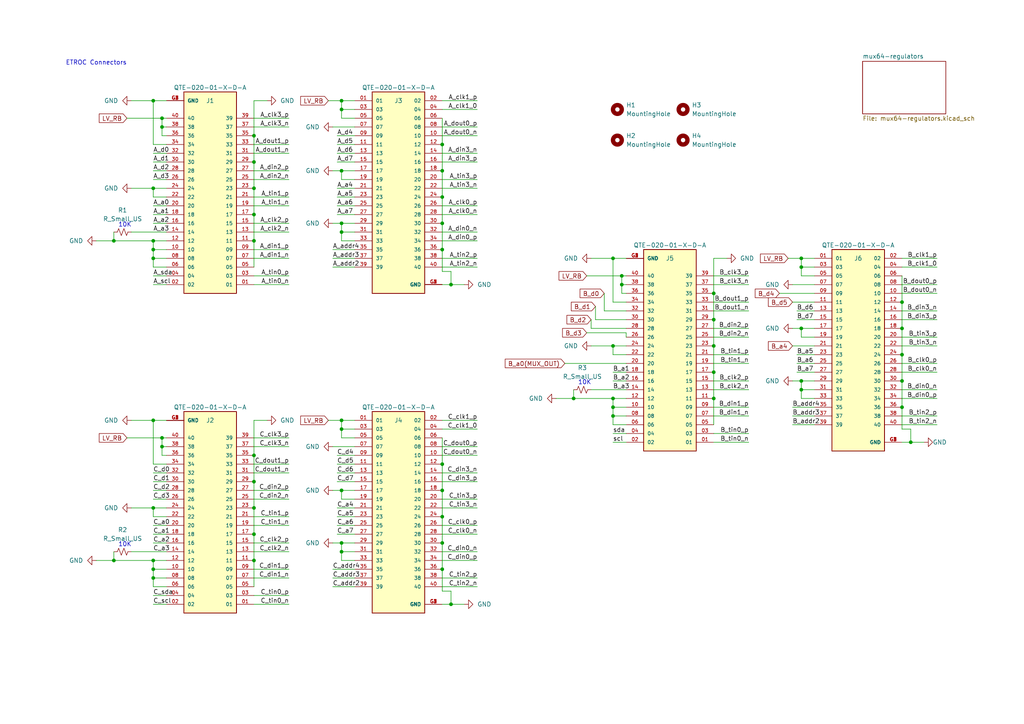
<source format=kicad_sch>
(kicad_sch (version 20211123) (generator eeschema)
  (paper "A4")
  (lib_symbols
    (symbol "Device:R_Small_US" (pin_numbers hide) (pin_names (offset 0.254) hide)
      (property "Reference" "R" (at 0.762 0.508 0))
      (property "Value" "R_Small_US" (at 0.762 -1.016 0))
      (symbol "R_Small_US_1_1"
        (polyline (pts (xy 0 0) (xy 1.016 -0.381) (xy 0 -0.762) (xy -1.016 -1.143) (xy 0 -1.524)))
        (polyline (pts (xy 0 1.524) (xy 1.016 1.143) (xy 0 0.762) (xy -1.016 0.381) (xy 0 0)))
        (pin passive line (at 0 2.54 270) (length 1.016) (name "~") (number "1"))
        (pin passive line (at 0 -2.54 90) (length 1.016) (name "~") (number "2"))
      )
    )
    (symbol "Mechanical:MountingHole" (pin_names (offset 1.016))
      (property "Reference" "H" (at 0 5.08 0))
      (property "Value" "MountingHole" (at 0 3.175 0))
      (symbol "MountingHole_0_1"
        (circle (center 0 0) (radius 1.27) (stroke (width 1.27)))
      )
    )
    (symbol "QTE-020-01-X-D-A:QTE-020-01-X-D-A" (pin_names (offset 1.016))
      (property "Reference" "J" (at -7.62 28.702 0))
      (property "Value" "QTE-020-01-X-D-A" (at -7.62 -31.242 0))
      (symbol "QTE-020-01-X-D-A_0_0"
        (rectangle (start -7.62 -30.48) (end 7.62 27.94) (stroke (width 0.254)) (fill (type background)))
        (pin passive line (at -12.7 25.4 0) (length 5.08) (name "01") (number "01"))
        (pin passive line (at 12.7 25.4 180) (length 5.08) (name "02") (number "02"))
        (pin passive line (at -12.7 22.86 0) (length 5.08) (name "03") (number "03"))
        (pin passive line (at 12.7 22.86 180) (length 5.08) (name "04") (number "04"))
        (pin passive line (at -12.7 20.32 0) (length 5.08) (name "05") (number "05"))
        (pin passive line (at 12.7 20.32 180) (length 5.08) (name "06") (number "06"))
        (pin passive line (at -12.7 17.78 0) (length 5.08) (name "07") (number "07"))
        (pin passive line (at 12.7 17.78 180) (length 5.08) (name "08") (number "08"))
        (pin passive line (at -12.7 15.24 0) (length 5.08) (name "09") (number "09"))
        (pin passive line (at 12.7 15.24 180) (length 5.08) (name "10") (number "10"))
        (pin passive line (at -12.7 12.7 0) (length 5.08) (name "11") (number "11"))
        (pin passive line (at 12.7 12.7 180) (length 5.08) (name "12") (number "12"))
        (pin passive line (at -12.7 10.16 0) (length 5.08) (name "13") (number "13"))
        (pin passive line (at 12.7 10.16 180) (length 5.08) (name "14") (number "14"))
        (pin passive line (at -12.7 7.62 0) (length 5.08) (name "15") (number "15"))
        (pin passive line (at 12.7 7.62 180) (length 5.08) (name "16") (number "16"))
        (pin passive line (at -12.7 5.08 0) (length 5.08) (name "17") (number "17"))
        (pin passive line (at 12.7 5.08 180) (length 5.08) (name "18") (number "18"))
        (pin passive line (at -12.7 2.54 0) (length 5.08) (name "19") (number "19"))
        (pin passive line (at 12.7 2.54 180) (length 5.08) (name "20") (number "20"))
        (pin passive line (at -12.7 0 0) (length 5.08) (name "21") (number "21"))
        (pin passive line (at 12.7 0 180) (length 5.08) (name "22") (number "22"))
        (pin passive line (at -12.7 -2.54 0) (length 5.08) (name "23") (number "23"))
        (pin passive line (at 12.7 -2.54 180) (length 5.08) (name "24") (number "24"))
        (pin passive line (at -12.7 -5.08 0) (length 5.08) (name "25") (number "25"))
        (pin passive line (at 12.7 -5.08 180) (length 5.08) (name "26") (number "26"))
        (pin passive line (at -12.7 -7.62 0) (length 5.08) (name "27") (number "27"))
        (pin passive line (at 12.7 -7.62 180) (length 5.08) (name "28") (number "28"))
        (pin passive line (at -12.7 -10.16 0) (length 5.08) (name "29") (number "29"))
        (pin passive line (at 12.7 -10.16 180) (length 5.08) (name "30") (number "30"))
        (pin passive line (at -12.7 -12.7 0) (length 5.08) (name "31") (number "31"))
        (pin passive line (at 12.7 -12.7 180) (length 5.08) (name "32") (number "32"))
        (pin passive line (at -12.7 -15.24 0) (length 5.08) (name "33") (number "33"))
        (pin passive line (at 12.7 -15.24 180) (length 5.08) (name "34") (number "34"))
        (pin passive line (at -12.7 -17.78 0) (length 5.08) (name "35") (number "35"))
        (pin passive line (at 12.7 -17.78 180) (length 5.08) (name "36") (number "36"))
        (pin passive line (at -12.7 -20.32 0) (length 5.08) (name "37") (number "37"))
        (pin passive line (at 12.7 -20.32 180) (length 5.08) (name "38") (number "38"))
        (pin passive line (at -12.7 -22.86 0) (length 5.08) (name "39") (number "39"))
        (pin passive line (at 12.7 -22.86 180) (length 5.08) (name "40") (number "40"))
        (pin power_in line (at 12.7 -27.94 180) (length 5.08) (name "GND") (number "G1"))
        (pin power_in line (at 12.7 -27.94 180) (length 5.08) (name "GND") (number "G2"))
        (pin power_in line (at 12.7 -27.94 180) (length 5.08) (name "GND") (number "G3"))
        (pin power_in line (at 12.7 -27.94 180) (length 5.08) (name "GND") (number "G4"))
      )
    )
    (symbol "power:GND" (power) (pin_names (offset 0))
      (property "Value" "GND" (at 0 -3.81 0))
      (symbol "GND_0_1"
        (polyline (pts (xy 0 0) (xy 0 -1.27) (xy 1.27 -1.27) (xy 0 -2.54) (xy -1.27 -1.27) (xy 0 -1.27)))
      )
      (symbol "GND_1_1"
        (pin power_in line (at 0 0 270) (length 0) hide (name "GND") (number "1"))
      )
    )
  )
  (junction (at 99.06 49.53))
  (junction (at 207.01 85.09))
  (junction (at 44.45 74.93))
  (junction (at 44.45 121.92))
  (junction (at 261.62 110.49))
  (junction (at 44.45 69.85))
  (junction (at 128.27 157.48))
  (junction (at 73.66 46.99))
  (junction (at 73.66 39.37))
  (junction (at 73.66 147.32))
  (junction (at 232.41 74.93))
  (junction (at 99.06 64.77))
  (junction (at 166.37 115.57))
  (junction (at 207.01 107.95))
  (junction (at 33.02 69.85))
  (junction (at 73.66 54.61))
  (junction (at 46.99 34.29))
  (junction (at 207.01 115.57))
  (junction (at 264.16 128.27))
  (junction (at 99.06 160.02))
  (junction (at 73.66 69.85))
  (junction (at 261.62 87.63))
  (junction (at 99.06 29.21))
  (junction (at 128.27 149.86))
  (junction (at 33.02 162.56))
  (junction (at 73.66 132.08))
  (junction (at 99.06 124.46))
  (junction (at 130.81 82.55))
  (junction (at 44.45 147.32))
  (junction (at 73.66 139.7))
  (junction (at 73.66 62.23))
  (junction (at 180.34 82.55))
  (junction (at 261.62 102.87))
  (junction (at 128.27 142.24))
  (junction (at 232.41 77.47))
  (junction (at 207.01 100.33))
  (junction (at 73.66 162.56))
  (junction (at 177.8 120.65))
  (junction (at 44.45 54.61))
  (junction (at 232.41 113.03))
  (junction (at 73.66 154.94))
  (junction (at 207.01 92.71))
  (junction (at 128.27 134.62))
  (junction (at 44.45 29.21))
  (junction (at 46.99 36.83))
  (junction (at 130.81 175.26))
  (junction (at 128.27 72.39))
  (junction (at 128.27 49.53))
  (junction (at 180.34 80.01))
  (junction (at 128.27 165.1))
  (junction (at 177.8 118.11))
  (junction (at 44.45 72.39))
  (junction (at 232.41 95.25))
  (junction (at 128.27 64.77))
  (junction (at 177.8 100.33))
  (junction (at 232.41 110.49))
  (junction (at 99.06 142.24))
  (junction (at 261.62 118.11))
  (junction (at 99.06 121.92))
  (junction (at 177.8 115.57))
  (junction (at 261.62 95.25))
  (junction (at 44.45 167.64))
  (junction (at 44.45 165.1))
  (junction (at 177.8 74.93))
  (junction (at 46.99 127))
  (junction (at 44.45 162.56))
  (junction (at 128.27 41.91))
  (junction (at 46.99 129.54))
  (junction (at 128.27 57.15))
  (junction (at 99.06 67.31))
  (junction (at 99.06 31.75))
  (junction (at 99.06 157.48))
  (wire (pts (xy 46.99 34.29) (xy 48.26 34.29)))
  (wire (pts (xy 97.79 41.91) (xy 102.87 41.91)))
  (wire (pts (xy 99.06 49.53) (xy 99.06 52.07)))
  (wire (pts (xy 44.45 170.18) (xy 48.26 170.18)))
  (wire (pts (xy 128.27 49.53) (xy 128.27 57.15)))
  (wire (pts (xy 96.52 64.77) (xy 99.06 64.77)))
  (wire (pts (xy 44.45 41.91) (xy 44.45 29.21)))
  (wire (pts (xy 38.1 147.32) (xy 44.45 147.32)))
  (wire (pts (xy 128.27 59.69) (xy 138.43 59.69)))
  (wire (pts (xy 231.14 92.71) (xy 236.22 92.71)))
  (wire (pts (xy 138.43 67.31) (xy 128.27 67.31)))
  (wire (pts (xy 271.78 113.03) (xy 261.62 113.03)))
  (wire (pts (xy 83.82 64.77) (xy 73.66 64.77)))
  (wire (pts (xy 170.18 96.52) (xy 181.61 96.52)))
  (wire (pts (xy 138.43 31.75) (xy 128.27 31.75)))
  (wire (pts (xy 138.43 36.83) (xy 128.27 36.83)))
  (wire (pts (xy 102.87 124.46) (xy 99.06 124.46)))
  (wire (pts (xy 73.66 162.56) (xy 73.66 170.18)))
  (wire (pts (xy 138.43 77.47) (xy 128.27 77.47)))
  (wire (pts (xy 138.43 170.18) (xy 128.27 170.18)))
  (wire (pts (xy 128.27 62.23) (xy 138.43 62.23)))
  (wire (pts (xy 128.27 157.48) (xy 128.27 165.1)))
  (wire (pts (xy 207.01 107.95) (xy 207.01 115.57)))
  (wire (pts (xy 180.34 80.01) (xy 181.61 80.01)))
  (wire (pts (xy 33.02 162.56) (xy 44.45 162.56)))
  (wire (pts (xy 73.66 46.99) (xy 73.66 54.61)))
  (wire (pts (xy 44.45 144.78) (xy 48.26 144.78)))
  (wire (pts (xy 44.45 69.85) (xy 44.45 72.39)))
  (wire (pts (xy 44.45 152.4) (xy 48.26 152.4)))
  (wire (pts (xy 44.45 165.1) (xy 48.26 165.1)))
  (wire (pts (xy 232.41 115.57) (xy 236.22 115.57)))
  (wire (pts (xy 99.06 144.78) (xy 102.87 144.78)))
  (wire (pts (xy 180.34 82.55) (xy 181.61 82.55)))
  (wire (pts (xy 264.16 128.27) (xy 267.97 128.27)))
  (wire (pts (xy 138.43 162.56) (xy 128.27 162.56)))
  (wire (pts (xy 130.81 171.45) (xy 128.27 171.45)))
  (wire (pts (xy 36.83 127) (xy 46.99 127)))
  (wire (pts (xy 99.06 121.92) (xy 102.87 121.92)))
  (wire (pts (xy 261.62 110.49) (xy 261.62 118.11)))
  (wire (pts (xy 217.17 97.79) (xy 207.01 97.79)))
  (wire (pts (xy 130.81 175.26) (xy 130.81 171.45)))
  (wire (pts (xy 83.82 160.02) (xy 73.66 160.02)))
  (wire (pts (xy 271.78 77.47) (xy 261.62 77.47)))
  (wire (pts (xy 73.66 69.85) (xy 73.66 77.47)))
  (wire (pts (xy 44.45 175.26) (xy 48.26 175.26)))
  (wire (pts (xy 96.52 72.39) (xy 102.87 72.39)))
  (wire (pts (xy 83.82 52.07) (xy 73.66 52.07)))
  (wire (pts (xy 83.82 41.91) (xy 73.66 41.91)))
  (wire (pts (xy 83.82 36.83) (xy 73.66 36.83)))
  (wire (pts (xy 97.79 39.37) (xy 102.87 39.37)))
  (wire (pts (xy 83.82 74.93) (xy 73.66 74.93)))
  (wire (pts (xy 232.41 110.49) (xy 232.41 113.03)))
  (wire (pts (xy 46.99 129.54) (xy 46.99 132.08)))
  (wire (pts (xy 261.62 128.27) (xy 264.16 128.27)))
  (wire (pts (xy 177.8 107.95) (xy 181.61 107.95)))
  (wire (pts (xy 232.41 113.03) (xy 232.41 115.57)))
  (wire (pts (xy 46.99 127) (xy 48.26 127)))
  (wire (pts (xy 231.14 102.87) (xy 236.22 102.87)))
  (wire (pts (xy 229.87 87.63) (xy 236.22 87.63)))
  (wire (pts (xy 226.06 85.09) (xy 236.22 85.09)))
  (wire (pts (xy 99.06 67.31) (xy 99.06 69.85)))
  (wire (pts (xy 217.17 128.27) (xy 207.01 128.27)))
  (wire (pts (xy 180.34 80.01) (xy 180.34 82.55)))
  (wire (pts (xy 83.82 67.31) (xy 73.66 67.31)))
  (wire (pts (xy 96.52 170.18) (xy 102.87 170.18)))
  (wire (pts (xy 83.82 82.55) (xy 73.66 82.55)))
  (wire (pts (xy 261.62 87.63) (xy 261.62 95.25)))
  (wire (pts (xy 128.27 152.4) (xy 138.43 152.4)))
  (wire (pts (xy 99.06 31.75) (xy 99.06 34.29)))
  (wire (pts (xy 27.94 69.85) (xy 33.02 69.85)))
  (wire (pts (xy 232.41 95.25) (xy 232.41 97.79)))
  (wire (pts (xy 138.43 160.02) (xy 128.27 160.02)))
  (wire (pts (xy 261.62 118.11) (xy 261.62 124.46)))
  (wire (pts (xy 38.1 54.61) (xy 44.45 54.61)))
  (wire (pts (xy 128.27 175.26) (xy 130.81 175.26)))
  (wire (pts (xy 177.8 118.11) (xy 177.8 120.65)))
  (wire (pts (xy 44.45 59.69) (xy 48.26 59.69)))
  (wire (pts (xy 44.45 57.15) (xy 48.26 57.15)))
  (wire (pts (xy 138.43 39.37) (xy 128.27 39.37)))
  (wire (pts (xy 48.26 134.62) (xy 44.45 134.62)))
  (wire (pts (xy 171.45 74.93) (xy 177.8 74.93)))
  (wire (pts (xy 44.45 29.21) (xy 48.26 29.21)))
  (wire (pts (xy 128.27 127) (xy 128.27 134.62)))
  (wire (pts (xy 207.01 100.33) (xy 207.01 107.95)))
  (wire (pts (xy 27.94 162.56) (xy 33.02 162.56)))
  (wire (pts (xy 99.06 29.21) (xy 99.06 31.75)))
  (wire (pts (xy 271.78 82.55) (xy 261.62 82.55)))
  (wire (pts (xy 38.1 67.31) (xy 48.26 67.31)))
  (wire (pts (xy 207.01 85.09) (xy 207.01 92.71)))
  (wire (pts (xy 36.83 34.29) (xy 46.99 34.29)))
  (wire (pts (xy 96.52 36.83) (xy 102.87 36.83)))
  (wire (pts (xy 83.82 57.15) (xy 73.66 57.15)))
  (wire (pts (xy 44.45 62.23) (xy 48.26 62.23)))
  (wire (pts (xy 33.02 69.85) (xy 44.45 69.85)))
  (wire (pts (xy 217.17 125.73) (xy 207.01 125.73)))
  (wire (pts (xy 217.17 90.17) (xy 207.01 90.17)))
  (wire (pts (xy 261.62 80.01) (xy 261.62 87.63)))
  (wire (pts (xy 44.45 72.39) (xy 44.45 74.93)))
  (wire (pts (xy 97.79 134.62) (xy 102.87 134.62)))
  (wire (pts (xy 83.82 172.72) (xy 73.66 172.72)))
  (wire (pts (xy 171.45 95.25) (xy 181.61 95.25)))
  (wire (pts (xy 46.99 127) (xy 46.99 129.54)))
  (wire (pts (xy 99.06 142.24) (xy 99.06 144.78)))
  (wire (pts (xy 264.16 128.27) (xy 264.16 124.46)))
  (wire (pts (xy 138.43 52.07) (xy 128.27 52.07)))
  (wire (pts (xy 177.8 118.11) (xy 181.61 118.11)))
  (wire (pts (xy 99.06 157.48) (xy 102.87 157.48)))
  (wire (pts (xy 96.52 129.54) (xy 102.87 129.54)))
  (wire (pts (xy 44.45 149.86) (xy 48.26 149.86)))
  (wire (pts (xy 172.72 88.9) (xy 172.72 92.71)))
  (wire (pts (xy 271.78 74.93) (xy 261.62 74.93)))
  (wire (pts (xy 44.45 162.56) (xy 48.26 162.56)))
  (wire (pts (xy 231.14 107.95) (xy 236.22 107.95)))
  (wire (pts (xy 177.8 100.33) (xy 177.8 102.87)))
  (wire (pts (xy 271.78 115.57) (xy 261.62 115.57)))
  (wire (pts (xy 44.45 77.47) (xy 48.26 77.47)))
  (wire (pts (xy 99.06 29.21) (xy 102.87 29.21)))
  (wire (pts (xy 171.45 113.03) (xy 181.61 113.03)))
  (wire (pts (xy 44.45 147.32) (xy 44.45 149.86)))
  (wire (pts (xy 83.82 80.01) (xy 73.66 80.01)))
  (wire (pts (xy 99.06 124.46) (xy 99.06 127)))
  (wire (pts (xy 217.17 102.87) (xy 207.01 102.87)))
  (wire (pts (xy 138.43 121.92) (xy 128.27 121.92)))
  (wire (pts (xy 73.66 29.21) (xy 77.47 29.21)))
  (wire (pts (xy 138.43 74.93) (xy 128.27 74.93)))
  (wire (pts (xy 38.1 160.02) (xy 48.26 160.02)))
  (wire (pts (xy 83.82 137.16) (xy 73.66 137.16)))
  (wire (pts (xy 38.1 29.21) (xy 44.45 29.21)))
  (wire (pts (xy 217.17 113.03) (xy 207.01 113.03)))
  (wire (pts (xy 177.8 128.27) (xy 181.61 128.27)))
  (wire (pts (xy 128.27 154.94) (xy 138.43 154.94)))
  (wire (pts (xy 232.41 95.25) (xy 236.22 95.25)))
  (wire (pts (xy 177.8 74.93) (xy 181.61 74.93)))
  (wire (pts (xy 217.17 87.63) (xy 207.01 87.63)))
  (wire (pts (xy 172.72 92.71) (xy 181.61 92.71)))
  (wire (pts (xy 83.82 142.24) (xy 73.66 142.24)))
  (wire (pts (xy 96.52 167.64) (xy 102.87 167.64)))
  (wire (pts (xy 166.37 113.03) (xy 166.37 115.57)))
  (wire (pts (xy 207.01 74.93) (xy 207.01 85.09)))
  (wire (pts (xy 261.62 95.25) (xy 261.62 102.87)))
  (wire (pts (xy 46.99 34.29) (xy 46.99 36.83)))
  (wire (pts (xy 46.99 39.37) (xy 48.26 39.37)))
  (wire (pts (xy 236.22 80.01) (xy 232.41 80.01)))
  (wire (pts (xy 83.82 72.39) (xy 73.66 72.39)))
  (wire (pts (xy 97.79 152.4) (xy 102.87 152.4)))
  (wire (pts (xy 177.8 110.49) (xy 181.61 110.49)))
  (wire (pts (xy 163.83 105.41) (xy 181.61 105.41)))
  (wire (pts (xy 44.45 74.93) (xy 48.26 74.93)))
  (wire (pts (xy 99.06 162.56) (xy 102.87 162.56)))
  (wire (pts (xy 232.41 110.49) (xy 236.22 110.49)))
  (wire (pts (xy 180.34 85.09) (xy 181.61 85.09)))
  (wire (pts (xy 177.8 100.33) (xy 181.61 100.33)))
  (wire (pts (xy 73.66 147.32) (xy 73.66 154.94)))
  (wire (pts (xy 232.41 97.79) (xy 236.22 97.79)))
  (wire (pts (xy 95.25 29.21) (xy 99.06 29.21)))
  (wire (pts (xy 207.01 115.57) (xy 207.01 123.19)))
  (wire (pts (xy 264.16 124.46) (xy 261.62 124.46)))
  (wire (pts (xy 128.27 149.86) (xy 128.27 157.48)))
  (wire (pts (xy 97.79 137.16) (xy 102.87 137.16)))
  (wire (pts (xy 44.45 147.32) (xy 48.26 147.32)))
  (wire (pts (xy 128.27 165.1) (xy 128.27 171.45)))
  (wire (pts (xy 130.81 175.26) (xy 134.62 175.26)))
  (wire (pts (xy 44.45 154.94) (xy 48.26 154.94)))
  (wire (pts (xy 231.14 90.17) (xy 236.22 90.17)))
  (wire (pts (xy 180.34 82.55) (xy 180.34 85.09)))
  (wire (pts (xy 83.82 49.53) (xy 73.66 49.53)))
  (wire (pts (xy 97.79 46.99) (xy 102.87 46.99)))
  (wire (pts (xy 73.66 29.21) (xy 73.66 39.37)))
  (wire (pts (xy 83.82 149.86) (xy 73.66 149.86)))
  (wire (pts (xy 44.45 165.1) (xy 44.45 167.64)))
  (wire (pts (xy 83.82 127) (xy 73.66 127)))
  (wire (pts (xy 166.37 115.57) (xy 177.8 115.57)))
  (wire (pts (xy 38.1 121.92) (xy 44.45 121.92)))
  (wire (pts (xy 83.82 175.26) (xy 73.66 175.26)))
  (wire (pts (xy 138.43 44.45) (xy 128.27 44.45)))
  (wire (pts (xy 44.45 167.64) (xy 44.45 170.18)))
  (wire (pts (xy 44.45 162.56) (xy 44.45 165.1)))
  (wire (pts (xy 175.26 90.17) (xy 181.61 90.17)))
  (wire (pts (xy 83.82 167.64) (xy 73.66 167.64)))
  (wire (pts (xy 271.78 120.65) (xy 261.62 120.65)))
  (wire (pts (xy 44.45 134.62) (xy 44.45 121.92)))
  (wire (pts (xy 102.87 160.02) (xy 99.06 160.02)))
  (wire (pts (xy 217.17 95.25) (xy 207.01 95.25)))
  (wire (pts (xy 102.87 31.75) (xy 99.06 31.75)))
  (wire (pts (xy 44.45 69.85) (xy 48.26 69.85)))
  (wire (pts (xy 73.66 62.23) (xy 73.66 69.85)))
  (wire (pts (xy 217.17 110.49) (xy 207.01 110.49)))
  (wire (pts (xy 128.27 41.91) (xy 128.27 49.53)))
  (wire (pts (xy 130.81 82.55) (xy 130.81 78.74)))
  (wire (pts (xy 83.82 129.54) (xy 73.66 129.54)))
  (wire (pts (xy 99.06 69.85) (xy 102.87 69.85)))
  (wire (pts (xy 271.78 123.19) (xy 261.62 123.19)))
  (wire (pts (xy 229.87 110.49) (xy 232.41 110.49)))
  (wire (pts (xy 97.79 154.94) (xy 102.87 154.94)))
  (wire (pts (xy 271.78 97.79) (xy 261.62 97.79)))
  (wire (pts (xy 177.8 123.19) (xy 181.61 123.19)))
  (wire (pts (xy 130.81 78.74) (xy 128.27 78.74)))
  (wire (pts (xy 44.45 82.55) (xy 48.26 82.55)))
  (wire (pts (xy 73.66 132.08) (xy 73.66 139.7)))
  (wire (pts (xy 261.62 107.95) (xy 271.78 107.95)))
  (wire (pts (xy 46.99 132.08) (xy 48.26 132.08)))
  (wire (pts (xy 177.8 120.65) (xy 177.8 123.19)))
  (wire (pts (xy 171.45 92.71) (xy 171.45 95.25)))
  (wire (pts (xy 44.45 142.24) (xy 48.26 142.24)))
  (wire (pts (xy 44.45 52.07) (xy 48.26 52.07)))
  (wire (pts (xy 44.45 172.72) (xy 48.26 172.72)))
  (wire (pts (xy 96.52 157.48) (xy 99.06 157.48)))
  (wire (pts (xy 97.79 149.86) (xy 102.87 149.86)))
  (wire (pts (xy 138.43 29.21) (xy 128.27 29.21)))
  (wire (pts (xy 217.17 80.01) (xy 207.01 80.01)))
  (wire (pts (xy 177.8 87.63) (xy 177.8 74.93)))
  (wire (pts (xy 97.79 147.32) (xy 102.87 147.32)))
  (wire (pts (xy 44.45 167.64) (xy 48.26 167.64)))
  (wire (pts (xy 44.45 74.93) (xy 44.45 77.47)))
  (wire (pts (xy 171.45 100.33) (xy 177.8 100.33)))
  (wire (pts (xy 99.06 121.92) (xy 99.06 124.46)))
  (wire (pts (xy 73.66 121.92) (xy 77.47 121.92)))
  (wire (pts (xy 44.45 72.39) (xy 48.26 72.39)))
  (wire (pts (xy 229.87 118.11) (xy 236.22 118.11)))
  (wire (pts (xy 99.06 52.07) (xy 102.87 52.07)))
  (wire (pts (xy 73.66 139.7) (xy 73.66 147.32)))
  (wire (pts (xy 96.52 142.24) (xy 99.06 142.24)))
  (wire (pts (xy 161.29 115.57) (xy 166.37 115.57)))
  (wire (pts (xy 73.66 121.92) (xy 73.66 132.08)))
  (wire (pts (xy 44.45 64.77) (xy 48.26 64.77)))
  (wire (pts (xy 229.87 120.65) (xy 236.22 120.65)))
  (wire (pts (xy 73.66 154.94) (xy 73.66 162.56)))
  (wire (pts (xy 44.45 46.99) (xy 48.26 46.99)))
  (wire (pts (xy 73.66 54.61) (xy 73.66 62.23)))
  (wire (pts (xy 138.43 129.54) (xy 128.27 129.54)))
  (wire (pts (xy 236.22 113.03) (xy 232.41 113.03)))
  (wire (pts (xy 236.22 77.47) (xy 232.41 77.47)))
  (wire (pts (xy 271.78 92.71) (xy 261.62 92.71)))
  (wire (pts (xy 232.41 74.93) (xy 232.41 77.47)))
  (wire (pts (xy 99.06 142.24) (xy 102.87 142.24)))
  (wire (pts (xy 83.82 157.48) (xy 73.66 157.48)))
  (wire (pts (xy 177.8 115.57) (xy 177.8 118.11)))
  (wire (pts (xy 128.27 34.29) (xy 128.27 41.91)))
  (wire (pts (xy 44.45 157.48) (xy 48.26 157.48)))
  (wire (pts (xy 46.99 129.54) (xy 48.26 129.54)))
  (wire (pts (xy 138.43 69.85) (xy 128.27 69.85)))
  (wire (pts (xy 138.43 132.08) (xy 128.27 132.08)))
  (wire (pts (xy 130.81 82.55) (xy 134.62 82.55)))
  (wire (pts (xy 229.87 95.25) (xy 232.41 95.25)))
  (wire (pts (xy 44.45 80.01) (xy 48.26 80.01)))
  (wire (pts (xy 138.43 46.99) (xy 128.27 46.99)))
  (wire (pts (xy 99.06 64.77) (xy 99.06 67.31)))
  (wire (pts (xy 97.79 44.45) (xy 102.87 44.45)))
  (wire (pts (xy 217.17 105.41) (xy 207.01 105.41)))
  (wire (pts (xy 170.18 80.01) (xy 180.34 80.01)))
  (wire (pts (xy 83.82 152.4) (xy 73.66 152.4)))
  (wire (pts (xy 177.8 125.73) (xy 181.61 125.73)))
  (wire (pts (xy 73.66 39.37) (xy 73.66 46.99)))
  (wire (pts (xy 138.43 147.32) (xy 128.27 147.32)))
  (wire (pts (xy 44.45 54.61) (xy 44.45 57.15)))
  (wire (pts (xy 181.61 96.52) (xy 181.61 97.79)))
  (wire (pts (xy 44.45 137.16) (xy 48.26 137.16)))
  (wire (pts (xy 95.25 121.92) (xy 99.06 121.92)))
  (wire (pts (xy 261.62 105.41) (xy 271.78 105.41)))
  (wire (pts (xy 217.17 118.11) (xy 207.01 118.11)))
  (wire (pts (xy 138.43 144.78) (xy 128.27 144.78)))
  (wire (pts (xy 102.87 127) (xy 99.06 127)))
  (wire (pts (xy 97.79 132.08) (xy 102.87 132.08)))
  (wire (pts (xy 207.01 92.71) (xy 207.01 100.33)))
  (wire (pts (xy 83.82 34.29) (xy 73.66 34.29)))
  (wire (pts (xy 181.61 87.63) (xy 177.8 87.63)))
  (wire (pts (xy 271.78 100.33) (xy 261.62 100.33)))
  (wire (pts (xy 97.79 57.15) (xy 102.87 57.15)))
  (wire (pts (xy 44.45 139.7) (xy 48.26 139.7)))
  (wire (pts (xy 102.87 34.29) (xy 99.06 34.29)))
  (wire (pts (xy 232.41 77.47) (xy 232.41 80.01)))
  (wire (pts (xy 96.52 74.93) (xy 102.87 74.93)))
  (wire (pts (xy 99.06 64.77) (xy 102.87 64.77)))
  (wire (pts (xy 217.17 120.65) (xy 207.01 120.65)))
  (wire (pts (xy 128.27 82.55) (xy 130.81 82.55)))
  (wire (pts (xy 83.82 165.1) (xy 73.66 165.1)))
  (wire (pts (xy 207.01 74.93) (xy 210.82 74.93)))
  (wire (pts (xy 138.43 124.46) (xy 128.27 124.46)))
  (wire (pts (xy 232.41 74.93) (xy 236.22 74.93)))
  (wire (pts (xy 99.06 160.02) (xy 99.06 162.56)))
  (wire (pts (xy 46.99 36.83) (xy 46.99 39.37)))
  (wire (pts (xy 271.78 85.09) (xy 261.62 85.09)))
  (wire (pts (xy 44.45 44.45) (xy 48.26 44.45)))
  (wire (pts (xy 128.27 72.39) (xy 128.27 78.74)))
  (wire (pts (xy 46.99 36.83) (xy 48.26 36.83)))
  (wire (pts (xy 229.87 123.19) (xy 236.22 123.19)))
  (wire (pts (xy 138.43 54.61) (xy 128.27 54.61)))
  (wire (pts (xy 97.79 54.61) (xy 102.87 54.61)))
  (wire (pts (xy 261.62 102.87) (xy 261.62 110.49)))
  (wire (pts (xy 44.45 121.92) (xy 48.26 121.92)))
  (wire (pts (xy 48.26 41.91) (xy 44.45 41.91)))
  (wire (pts (xy 33.02 160.02) (xy 33.02 162.56)))
  (wire (pts (xy 102.87 67.31) (xy 99.06 67.31)))
  (wire (pts (xy 175.26 85.09) (xy 175.26 90.17)))
  (wire (pts (xy 96.52 77.47) (xy 102.87 77.47)))
  (wire (pts (xy 128.27 134.62) (xy 128.27 142.24)))
  (wire (pts (xy 217.17 82.55) (xy 207.01 82.55)))
  (wire (pts (xy 83.82 144.78) (xy 73.66 144.78)))
  (wire (pts (xy 138.43 167.64) (xy 128.27 167.64)))
  (wire (pts (xy 138.43 139.7) (xy 128.27 139.7)))
  (wire (pts (xy 99.06 157.48) (xy 99.06 160.02)))
  (wire (pts (xy 83.82 59.69) (xy 73.66 59.69)))
  (wire (pts (xy 128.27 64.77) (xy 128.27 72.39)))
  (wire (pts (xy 97.79 62.23) (xy 102.87 62.23)))
  (wire (pts (xy 44.45 54.61) (xy 48.26 54.61)))
  (wire (pts (xy 97.79 139.7) (xy 102.87 139.7)))
  (wire (pts (xy 128.27 57.15) (xy 128.27 64.77)))
  (wire (pts (xy 177.8 120.65) (xy 181.61 120.65)))
  (wire (pts (xy 44.45 49.53) (xy 48.26 49.53)))
  (wire (pts (xy 231.14 105.41) (xy 236.22 105.41)))
  (wire (pts (xy 83.82 134.62) (xy 73.66 134.62)))
  (wire (pts (xy 228.6 74.93) (xy 232.41 74.93)))
  (wire (pts (xy 96.52 49.53) (xy 99.06 49.53)))
  (wire (pts (xy 97.79 59.69) (xy 102.87 59.69)))
  (wire (pts (xy 99.06 49.53) (xy 102.87 49.53)))
  (wire (pts (xy 229.87 100.33) (xy 236.22 100.33)))
  (wire (pts (xy 271.78 90.17) (xy 261.62 90.17)))
  (wire (pts (xy 229.87 82.55) (xy 236.22 82.55)))
  (wire (pts (xy 33.02 67.31) (xy 33.02 69.85)))
  (wire (pts (xy 177.8 102.87) (xy 181.61 102.87)))
  (wire (pts (xy 177.8 115.57) (xy 181.61 115.57)))
  (wire (pts (xy 83.82 44.45) (xy 73.66 44.45)))
  (wire (pts (xy 96.52 165.1) (xy 102.87 165.1)))
  (wire (pts (xy 138.43 137.16) (xy 128.27 137.16)))
  (wire (pts (xy 128.27 142.24) (xy 128.27 149.86)))
  (text "ETROC Connectors" (at 19.05 19.05 0) (effects (font (size 1.27 1.27)) (justify left bottom)))
  (text "10K" (at 34.29 158.75 0) (effects (font (size 1.27 1.27)) (justify left bottom)))
  (text "10K" (at 34.29 66.04 0) (effects (font (size 1.27 1.27)) (justify left bottom)))
  (text "10K" (at 167.64 111.76 0) (effects (font (size 1.27 1.27)) (justify left bottom)))
  (label "A_d5" (at 97.79 41.91 0))
  (label "A_d0" (at 44.45 44.45 0))
  (label "B_a1" (at 177.8 107.95 0))
  (label "C_d6" (at 97.79 137.16 0))
  (label "B_tin3_p" (at 271.78 97.79 180))
  (label "A_scl" (at 44.45 82.55 0))
  (label "B_tin3_n" (at 271.78 100.33 180))
  (label "C_din2_p" (at 83.82 142.24 180))
  (label "C_scl" (at 44.45 175.26 0))
  (label "A_clk3_p" (at 83.82 34.29 180))
  (label "A_a1" (at 44.45 62.23 0))
  (label "B_clk0_p" (at 271.78 105.41 180))
  (label "C_din0_p" (at 138.43 162.56 180))
  (label "A_din3_p" (at 138.43 46.99 180))
  (label "C_tin1_n" (at 83.82 152.4 180))
  (label "A_din2_p" (at 83.82 49.53 180))
  (label "A_a0" (at 44.45 59.69 0))
  (label "C_din3_n" (at 138.43 137.16 180))
  (label "C_clk2_n" (at 83.82 160.02 180))
  (label "A_tin0_n" (at 83.82 82.55 180))
  (label "B_din2_n" (at 217.17 97.79 180))
  (label "B_addr2" (at 229.87 123.19 0))
  (label "B_dout1_n" (at 217.17 90.17 180))
  (label "A_d6" (at 97.79 44.45 0))
  (label "C_a3" (at 44.45 160.02 0))
  (label "A_clk0_p" (at 138.43 59.69 180))
  (label "C_addr3" (at 96.52 167.64 0))
  (label "C_dout0_p" (at 138.43 129.54 180))
  (label "C_dout0_n" (at 138.43 132.08 180))
  (label "A_d2" (at 44.45 49.53 0))
  (label "A_tin1_n" (at 83.82 59.69 180))
  (label "C_din1_n" (at 83.82 167.64 180))
  (label "A_tin1_p" (at 83.82 57.15 180))
  (label "B_clk2_p" (at 217.17 110.49 180))
  (label "A_dout0_n" (at 138.43 39.37 180))
  (label "A_dout1_p" (at 83.82 41.91 180))
  (label "A_tin2_p" (at 138.43 74.93 180))
  (label "A_a7" (at 97.79 62.23 0))
  (label "scl" (at 177.8 128.27 0))
  (label "C_addr4" (at 96.52 165.1 0))
  (label "B_a6" (at 231.14 105.41 0))
  (label "B_tin0_n" (at 217.17 128.27 180))
  (label "C_d4" (at 97.79 132.08 0))
  (label "C_a2" (at 44.45 157.48 0))
  (label "B_a5" (at 231.14 102.87 0))
  (label "C_d1" (at 44.45 139.7 0))
  (label "B_d7" (at 231.14 92.71 0))
  (label "C_clk0_p" (at 138.43 152.4 180))
  (label "C_tin0_p" (at 83.82 172.72 180))
  (label "A_sda" (at 44.45 80.01 0))
  (label "C_d2" (at 44.45 142.24 0))
  (label "C_d0" (at 44.45 137.16 0))
  (label "A_addr4" (at 96.52 72.39 0))
  (label "B_tin0_p" (at 217.17 125.73 180))
  (label "C_clk3_n" (at 83.82 129.54 180))
  (label "C_clk1_0" (at 138.43 124.46 180))
  (label "A_tin2_n" (at 138.43 77.47 180))
  (label "C_sda" (at 44.45 172.72 0))
  (label "C_d7" (at 97.79 139.7 0))
  (label "C_a4" (at 97.79 147.32 0))
  (label "B_dout1_p" (at 217.17 87.63 180))
  (label "B_dout0_p" (at 271.78 82.55 180))
  (label "A_dout0_p" (at 138.43 36.83 180))
  (label "B_din3_n" (at 271.78 90.17 180))
  (label "A_clk2_n" (at 83.82 67.31 180))
  (label "C_clk3_p" (at 83.82 127 180))
  (label "B_din0_p" (at 271.78 115.57 180))
  (label "C_dout1_n" (at 83.82 137.16 180))
  (label "C_dout1_p" (at 83.82 134.62 180))
  (label "B_clk1_0" (at 271.78 77.47 180))
  (label "C_tin2_n" (at 138.43 170.18 180))
  (label "A_din0_n" (at 138.43 67.31 180))
  (label "C_din1_p" (at 83.82 165.1 180))
  (label "A_clk3_n" (at 83.82 36.83 180))
  (label "C_tin3_n" (at 138.43 147.32 180))
  (label "B_clk2_n" (at 217.17 113.03 180))
  (label "C_a5" (at 97.79 149.86 0))
  (label "C_din3_p" (at 138.43 139.7 180))
  (label "A_clk1_0" (at 138.43 31.75 180))
  (label "C_d3" (at 44.45 144.78 0))
  (label "C_a0" (at 44.45 152.4 0))
  (label "C_d5" (at 97.79 134.62 0))
  (label "A_d1" (at 44.45 46.99 0))
  (label "B_din3_p" (at 271.78 92.71 180))
  (label "A_a5" (at 97.79 57.15 0))
  (label "A_din0_p" (at 138.43 69.85 180))
  (label "B_din1_p" (at 217.17 118.11 180))
  (label "C_addr2" (at 96.52 170.18 0))
  (label "A_dout1_n" (at 83.82 44.45 180))
  (label "A_din2_n" (at 83.82 52.07 180))
  (label "A_clk1_p" (at 138.43 29.21 180))
  (label "B_clk0_n" (at 271.78 107.95 180))
  (label "A_tin3_n" (at 138.43 54.61 180))
  (label "A_d4" (at 97.79 39.37 0))
  (label "C_tin0_n" (at 83.82 175.26 180))
  (label "A_a3" (at 44.45 67.31 0))
  (label "B_tin1_n" (at 217.17 105.41 180))
  (label "B_clk3_p" (at 217.17 80.01 180))
  (label "C_tin1_p" (at 83.82 149.86 180))
  (label "C_tin2_p" (at 138.43 167.64 180))
  (label "A_a4" (at 97.79 54.61 0))
  (label "C_a1" (at 44.45 154.94 0))
  (label "B_d6" (at 231.14 90.17 0))
  (label "B_a7" (at 231.14 107.95 0))
  (label "B_a3" (at 177.8 113.03 0))
  (label "B_dout0_n" (at 271.78 85.09 180))
  (label "B_tin1_p" (at 217.17 102.87 180))
  (label "C_clk2_p" (at 83.82 157.48 180))
  (label "B_din1_n" (at 217.17 120.65 180))
  (label "B_din2_p" (at 217.17 95.25 180))
  (label "C_din2_n" (at 83.82 144.78 180))
  (label "A_a6" (at 97.79 59.69 0))
  (label "A_din1_p" (at 83.82 72.39 180))
  (label "C_din0_n" (at 138.43 160.02 180))
  (label "A_a2" (at 44.45 64.77 0))
  (label "A_din1_n" (at 83.82 74.93 180))
  (label "C_clk0_n" (at 138.43 154.94 180))
  (label "B_clk3_n" (at 217.17 82.55 180))
  (label "A_tin3_p" (at 138.43 52.07 180))
  (label "A_clk2_p" (at 83.82 64.77 180))
  (label "B_addr3" (at 229.87 120.65 0))
  (label "B_tin2_p" (at 271.78 120.65 180))
  (label "C_clk1_p" (at 138.43 121.92 180))
  (label "A_addr2" (at 96.52 77.47 0))
  (label "B_a2" (at 177.8 110.49 0))
  (label "A_tin0_p" (at 83.82 80.01 180))
  (label "C_a7" (at 97.79 154.94 0))
  (label "A_clk0_n" (at 138.43 62.23 180))
  (label "C_a6" (at 97.79 152.4 0))
  (label "B_tin2_n" (at 271.78 123.19 180))
  (label "C_tin3_p" (at 138.43 144.78 180))
  (label "B_clk1_p" (at 271.78 74.93 180))
  (label "sda" (at 177.8 125.73 0))
  (label "A_d3" (at 44.45 52.07 0))
  (label "A_din3_n" (at 138.43 44.45 180))
  (label "A_d7" (at 97.79 46.99 0))
  (label "B_din0_n" (at 271.78 113.03 180))
  (label "A_addr3" (at 96.52 74.93 0))
  (label "B_addr4" (at 229.87 118.11 0))
  (global_label "LV_RB" (shape input) (at 36.83 127 180) (property "Intersheet References" "${INTERSHEET_REFS}" (effects hide)))
  (global_label "LV_RB" (shape input) (at 228.6 74.93 180) (property "Intersheet References" "${INTERSHEET_REFS}" (effects hide)))
  (global_label "LV_RB" (shape input) (at 95.25 29.21 180) (property "Intersheet References" "${INTERSHEET_REFS}" (effects hide)))
  (global_label "LV_RB" (shape input) (at 170.18 80.01 180) (property "Intersheet References" "${INTERSHEET_REFS}" (effects hide)))
  (global_label "B_a4" (shape input) (at 229.87 100.33 180) (property "Intersheet References" "${INTERSHEET_REFS}" (effects hide)))
  (global_label "B_d3" (shape input) (at 170.18 96.52 180) (property "Intersheet References" "${INTERSHEET_REFS}" (effects hide)))
  (global_label "LV_RB" (shape input) (at 95.25 121.92 180) (property "Intersheet References" "${INTERSHEET_REFS}" (effects hide)))
  (global_label "B_d1" (shape input) (at 172.72 88.9 180) (property "Intersheet References" "${INTERSHEET_REFS}" (effects hide)))
  (global_label "B_a0(MUX_OUT)" (shape input) (at 163.83 105.41 180) (property "Intersheet References" "${INTERSHEET_REFS}" (effects hide)))
  (global_label "B_d0" (shape input) (at 175.26 85.09 180) (property "Intersheet References" "${INTERSHEET_REFS}" (effects hide)))
  (global_label "B_d4" (shape input) (at 226.06 85.09 180) (property "Intersheet References" "${INTERSHEET_REFS}" (effects hide)))
  (global_label "B_d5" (shape input) (at 229.87 87.63 180) (property "Intersheet References" "${INTERSHEET_REFS}" (effects hide)))
  (global_label "B_d2" (shape input) (at 171.45 92.71 180) (property "Intersheet References" "${INTERSHEET_REFS}" (effects hide)))
  (global_label "LV_RB" (shape input) (at 36.83 34.29 180) (property "Intersheet References" "${INTERSHEET_REFS}" (effects hide)))
  (symbol (lib_id "Mechanical:MountingHole") (at 198.12 40.64 0) (unit 1)
    (property "Reference" "H4" (at 200.66 39.3699 0) (effects (justify left)))
    (property "Value" "MountingHole" (at 200.66 41.9099 0) (effects (justify left)))
    (property "Footprint" "MountingHole:MountingHole_2.5mm" (effects hide))
  )
  (symbol (lib_id "QTE-020-01-X-D-A:QTE-020-01-X-D-A") (at 115.57 54.61 0) (unit 1)
    (property "Reference" "J3" (at 115.57 29.21 0))
    (property "Value" "QTE-020-01-X-D-A" (at 115.57 25.4 0))
    (property "Footprint" "QTE-020-01-X-D-A:SAMTEC_QTE-020-01-X-D-A" (effects hide))
    (property "STANDARD" "Manufacturer Recommendations" (effects hide))
    (property "MANUFACTURER" "Samtec" (effects hide))
    (property "PARTREV" "K" (effects hide))
    (property "MAXIMUM_PACKAGE_HEIGHT" "4.347 mm" (effects hide))
  )
  (symbol (lib_id "power:GND") (at 96.52 36.83 270) (unit 1)
    (property "Reference" "#PWR0121" (effects hide))
    (property "Value" "GND" (at 92.71 36.8299 90) (effects (justify right)))
  )
  (symbol (lib_id "power:GND") (at 27.94 162.56 270) (unit 1)
    (property "Reference" "#PWR0101" (effects hide))
    (property "Value" "GND" (at 24.13 162.5599 90) (effects (justify right)))
  )
  (symbol (lib_id "Mechanical:MountingHole") (at 179.07 40.64 0) (unit 1)
    (property "Reference" "H2" (at 181.61 39.3699 0) (effects (justify left)))
    (property "Value" "MountingHole" (at 181.61 41.9099 0) (effects (justify left)))
    (property "Footprint" "MountingHole:MountingHole_2.5mm" (effects hide))
  )
  (symbol (lib_id "power:GND") (at 229.87 95.25 270) (unit 1)
    (property "Reference" "#PWR0114" (effects hide))
    (property "Value" "GND" (at 226.06 95.2499 90) (effects (justify right)))
  )
  (symbol (lib_id "Mechanical:MountingHole") (at 198.12 31.75 0) (unit 1)
    (property "Reference" "H3" (at 200.66 30.4799 0) (effects (justify left)))
    (property "Value" "MountingHole" (at 200.66 33.0199 0) (effects (justify left)))
    (property "Footprint" "MountingHole:MountingHole_2.5mm" (effects hide))
  )
  (symbol (lib_id "power:GND") (at 38.1 54.61 270) (unit 1)
    (property "Reference" "#PWR0123" (effects hide))
    (property "Value" "GND" (at 34.29 54.6099 90) (effects (justify right)))
  )
  (symbol (lib_id "power:GND") (at 77.47 29.21 90) (unit 1)
    (property "Reference" "#PWR0120" (effects hide))
    (property "Value" "GND" (at 81.28 29.2099 90) (effects (justify right)))
  )
  (symbol (lib_id "QTE-020-01-X-D-A:QTE-020-01-X-D-A") (at 60.96 149.86 180) (unit 1)
    (property "Reference" "J2" (at 60.96 121.92 0))
    (property "Value" "QTE-020-01-X-D-A" (at 60.96 118.11 0))
    (property "Footprint" "QTE-020-01-X-D-A:SAMTEC_QTE-020-01-X-D-A" (effects hide))
    (property "STANDARD" "Manufacturer Recommendations" (effects hide))
    (property "MANUFACTURER" "Samtec" (effects hide))
    (property "PARTREV" "K" (effects hide))
    (property "MAXIMUM_PACKAGE_HEIGHT" "4.347 mm" (effects hide))
  )
  (symbol (lib_id "power:GND") (at 161.29 115.57 270) (unit 1)
    (property "Reference" "#PWR0109" (effects hide))
    (property "Value" "GND" (at 157.48 115.5699 90) (effects (justify right)))
  )
  (symbol (lib_id "power:GND") (at 38.1 29.21 270) (unit 1)
    (property "Reference" "#PWR0124" (effects hide))
    (property "Value" "GND" (at 34.29 29.2099 90) (effects (justify right)))
  )
  (symbol (lib_id "power:GND") (at 27.94 69.85 270) (unit 1)
    (property "Reference" "#PWR0122" (effects hide))
    (property "Value" "GND" (at 24.13 69.8499 90) (effects (justify right)))
  )
  (symbol (lib_id "power:GND") (at 171.45 74.93 270) (unit 1)
    (property "Reference" "#PWR0110" (effects hide))
    (property "Value" "GND" (at 167.64 74.9299 90) (effects (justify right)))
  )
  (symbol (lib_id "QTE-020-01-X-D-A:QTE-020-01-X-D-A") (at 248.92 100.33 0) (unit 1)
    (property "Reference" "J6" (at 248.92 74.93 0))
    (property "Value" "QTE-020-01-X-D-A" (at 248.92 71.12 0))
    (property "Footprint" "QTE-020-01-X-D-A:SAMTEC_QTE-020-01-X-D-A" (effects hide))
    (property "STANDARD" "Manufacturer Recommendations" (effects hide))
    (property "MANUFACTURER" "Samtec" (effects hide))
    (property "PARTREV" "K" (effects hide))
    (property "MAXIMUM_PACKAGE_HEIGHT" "4.347 mm" (effects hide))
  )
  (symbol (lib_id "power:GND") (at 38.1 147.32 270) (unit 1)
    (property "Reference" "#PWR0104" (effects hide))
    (property "Value" "GND" (at 34.29 147.3199 90) (effects (justify right)))
  )
  (symbol (lib_id "power:GND") (at 267.97 128.27 90) (unit 1)
    (property "Reference" "#PWR0116" (effects hide))
    (property "Value" "GND" (at 270.51 128.27 90) (effects (justify right)))
  )
  (symbol (lib_id "QTE-020-01-X-D-A:QTE-020-01-X-D-A") (at 60.96 57.15 180) (unit 1)
    (property "Reference" "J1" (at 60.96 29.21 0))
    (property "Value" "QTE-020-01-X-D-A" (at 60.96 25.4 0))
    (property "Footprint" "QTE-020-01-X-D-A:SAMTEC_QTE-020-01-X-D-A" (effects hide))
    (property "STANDARD" "Manufacturer Recommendations" (effects hide))
    (property "MANUFACTURER" "Samtec" (effects hide))
    (property "PARTREV" "K" (effects hide))
    (property "MAXIMUM_PACKAGE_HEIGHT" "4.347 mm" (effects hide))
  )
  (symbol (lib_id "QTE-020-01-X-D-A:QTE-020-01-X-D-A") (at 115.57 147.32 0) (unit 1)
    (property "Reference" "J4" (at 115.57 121.92 0))
    (property "Value" "QTE-020-01-X-D-A" (at 115.57 118.11 0))
    (property "Footprint" "QTE-020-01-X-D-A:SAMTEC_QTE-020-01-X-D-A" (effects hide))
    (property "STANDARD" "Manufacturer Recommendations" (effects hide))
    (property "MANUFACTURER" "Samtec" (effects hide))
    (property "PARTREV" "K" (effects hide))
    (property "MAXIMUM_PACKAGE_HEIGHT" "4.347 mm" (effects hide))
  )
  (symbol (lib_id "power:GND") (at 96.52 142.24 270) (unit 1)
    (property "Reference" "#PWR0107" (effects hide))
    (property "Value" "GND" (at 92.71 142.2399 90) (effects (justify right)))
  )
  (symbol (lib_id "power:GND") (at 96.52 49.53 270) (unit 1)
    (property "Reference" "#PWR0118" (effects hide))
    (property "Value" "GND" (at 92.71 49.5299 90) (effects (justify right)))
  )
  (symbol (lib_id "power:GND") (at 96.52 129.54 270) (unit 1)
    (property "Reference" "#PWR0108" (effects hide))
    (property "Value" "GND" (at 92.71 129.5399 90) (effects (justify right)))
  )
  (symbol (lib_id "Device:R_Small_US") (at 35.56 67.31 90) (unit 1)
    (property "Reference" "R1" (at 35.56 60.96 90))
    (property "Value" "R_Small_US" (at 35.56 63.5 90))
    (property "Footprint" "Resistor_SMD:R_0805_2012Metric" (effects hide))
  )
  (symbol (lib_id "power:GND") (at 38.1 121.92 270) (unit 1)
    (property "Reference" "#PWR0105" (effects hide))
    (property "Value" "GND" (at 34.29 121.9199 90) (effects (justify right)))
  )
  (symbol (lib_id "power:GND") (at 96.52 157.48 270) (unit 1)
    (property "Reference" "#PWR0106" (effects hide))
    (property "Value" "GND" (at 92.71 157.4799 90) (effects (justify right)))
  )
  (symbol (lib_id "power:GND") (at 171.45 100.33 270) (unit 1)
    (property "Reference" "#PWR0111" (effects hide))
    (property "Value" "GND" (at 167.64 100.3299 90) (effects (justify right)))
  )
  (symbol (lib_id "power:GND") (at 77.47 121.92 90) (unit 1)
    (property "Reference" "#PWR0103" (effects hide))
    (property "Value" "GND" (at 81.28 121.9199 90) (effects (justify right)))
  )
  (symbol (lib_id "power:GND") (at 96.52 64.77 270) (unit 1)
    (property "Reference" "#PWR0117" (effects hide))
    (property "Value" "GND" (at 92.71 64.7699 90) (effects (justify right)))
  )
  (symbol (lib_id "Device:R_Small_US") (at 168.91 113.03 90) (unit 1)
    (property "Reference" "R3" (at 168.91 106.68 90))
    (property "Value" "R_Small_US" (at 168.91 109.22 90))
    (property "Footprint" "Resistor_SMD:R_0805_2012Metric" (effects hide))
  )
  (symbol (lib_id "power:GND") (at 134.62 82.55 90) (unit 1)
    (property "Reference" "#PWR0119" (effects hide))
    (property "Value" "GND" (at 138.43 82.5499 90) (effects (justify right)))
  )
  (symbol (lib_id "Mechanical:MountingHole") (at 179.07 31.75 0) (unit 1)
    (property "Reference" "H1" (at 181.61 30.4799 0) (effects (justify left)))
    (property "Value" "MountingHole" (at 181.61 33.0199 0) (effects (justify left)))
    (property "Footprint" "MountingHole:MountingHole_2.5mm" (effects hide))
  )
  (symbol (lib_id "Device:R_Small_US") (at 35.56 160.02 90) (unit 1)
    (property "Reference" "R2" (at 35.56 153.67 90))
    (property "Value" "R_Small_US" (at 35.56 156.21 90))
    (property "Footprint" "Resistor_SMD:R_0805_2012Metric" (effects hide))
  )
  (symbol (lib_id "power:GND") (at 134.62 175.26 90) (unit 1)
    (property "Reference" "#PWR0102" (effects hide))
    (property "Value" "GND" (at 138.43 175.2599 90) (effects (justify right)))
  )
  (symbol (lib_id "power:GND") (at 210.82 74.93 90) (unit 1)
    (property "Reference" "#PWR0113" (effects hide))
    (property "Value" "GND" (at 214.63 74.9299 90) (effects (justify right)))
  )
  (symbol (lib_id "power:GND") (at 229.87 82.55 270) (unit 1)
    (property "Reference" "#PWR0115" (effects hide))
    (property "Value" "GND" (at 226.06 82.5499 90) (effects (justify right)))
  )
  (symbol (lib_id "power:GND") (at 229.87 110.49 270) (unit 1)
    (property "Reference" "#PWR0112" (effects hide))
    (property "Value" "GND" (at 226.06 110.4899 90) (effects (justify right)))
  )
  (symbol (lib_id "QTE-020-01-X-D-A:QTE-020-01-X-D-A") (at 194.31 102.87 180) (unit 1)
    (property "Reference" "J5" (at 194.31 74.93 0))
    (property "Value" "QTE-020-01-X-D-A" (at 194.31 71.12 0))
    (property "Footprint" "QTE-020-01-X-D-A:SAMTEC_QTE-020-01-X-D-A" (effects hide))
    (property "STANDARD" "Manufacturer Recommendations" (effects hide))
    (property "MANUFACTURER" "Samtec" (effects hide))
    (property "PARTREV" "K" (effects hide))
    (property "MAXIMUM_PACKAGE_HEIGHT" "4.347 mm" (effects hide))
  )
  (sheet (at 250.19 17.78) (size 24.13 15.24) (stroke (width 0.1524))
    (property "Sheet name" "mux64-regulators" (at 250.19 17.0684 0) (effects (justify left bottom)))
    (property "Sheet file" "mux64-regulators.kicad_sch" (at 250.19 33.6046 0) (effects (justify left top)))
  )
)
</source>
